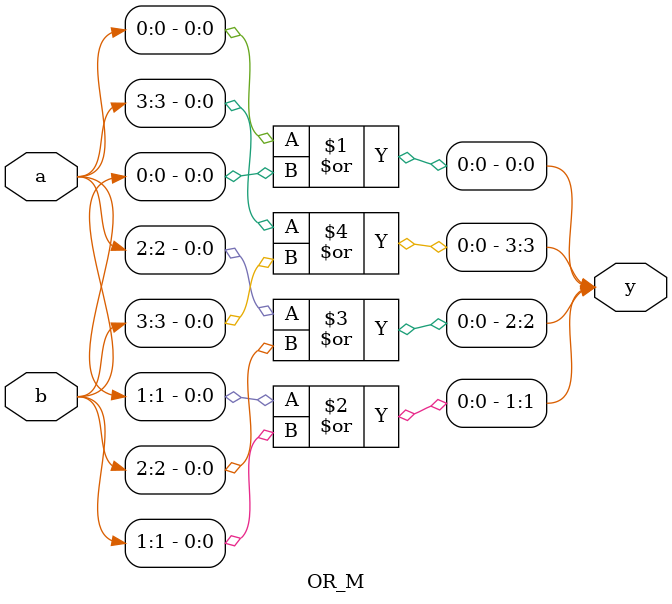
<source format=sv>
module OR_M #(
  parameter N = 4
)
(
  input [N-1:0] a,
  input [N-1:0] b,
  output [N-1:0] y
);

  genvar i;
  
  generate
    for(i=0; i<N; i=i+1) begin : or_op  
      or or_gate(y[i], a[i], b[i]);
    end
  endgenerate

endmodule
</source>
